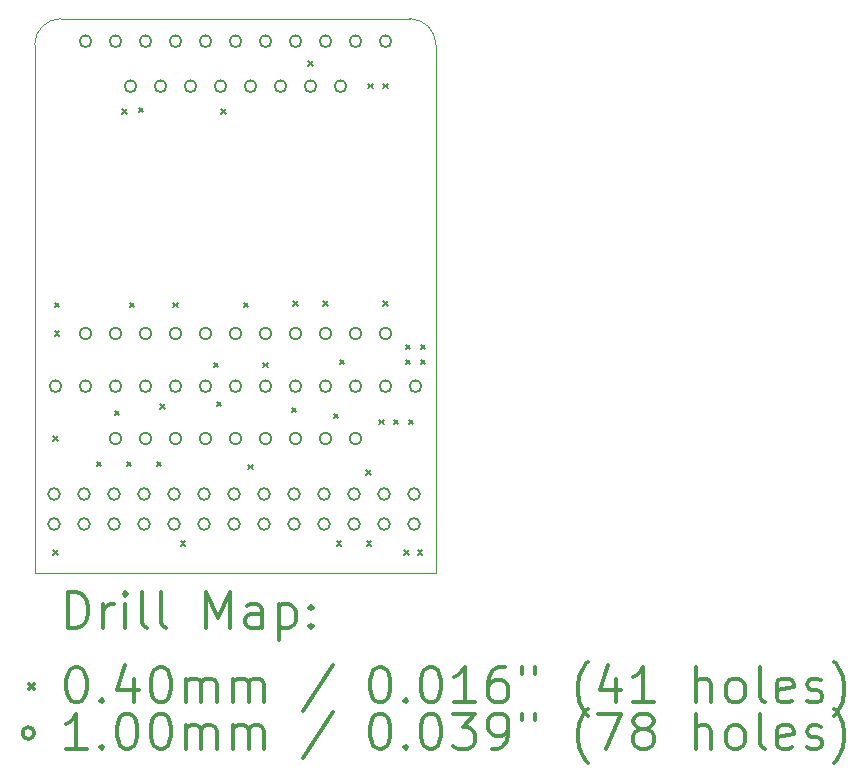
<source format=gbr>
%FSLAX45Y45*%
G04 Gerber Fmt 4.5, Leading zero omitted, Abs format (unit mm)*
G04 Created by KiCad (PCBNEW (5.1.4)-1) date 2019-12-12 19:40:37*
%MOMM*%
%LPD*%
G04 APERTURE LIST*
%ADD10C,0.050000*%
%ADD11C,0.200000*%
%ADD12C,0.300000*%
G04 APERTURE END LIST*
D10*
X1206500Y-2065000D02*
G75*
G02X1430000Y-1841500I223500J0D01*
G01*
X4381500Y-1841500D02*
G75*
G02X4605000Y-2065000I0J-223500D01*
G01*
X4605000Y-2065000D02*
X4605000Y-6532000D01*
X1206500Y-6532000D02*
X4605000Y-6532000D01*
X1430000Y-1841500D02*
X4381500Y-1841500D01*
X1206500Y-2065000D02*
X1206500Y-6532000D01*
D11*
X1364300Y-5377500D02*
X1404300Y-5417500D01*
X1404300Y-5377500D02*
X1364300Y-5417500D01*
X1364300Y-6342700D02*
X1404300Y-6382700D01*
X1404300Y-6342700D02*
X1364300Y-6382700D01*
X1377000Y-4247200D02*
X1417000Y-4287200D01*
X1417000Y-4247200D02*
X1377000Y-4287200D01*
X1377000Y-4488500D02*
X1417000Y-4528500D01*
X1417000Y-4488500D02*
X1377000Y-4528500D01*
X1732600Y-5593400D02*
X1772600Y-5633400D01*
X1772600Y-5593400D02*
X1732600Y-5633400D01*
X1885000Y-5161600D02*
X1925000Y-5201600D01*
X1925000Y-5161600D02*
X1885000Y-5201600D01*
X1948500Y-2608900D02*
X1988500Y-2648900D01*
X1988500Y-2608900D02*
X1948500Y-2648900D01*
X1986600Y-5593400D02*
X2026600Y-5633400D01*
X2026600Y-5593400D02*
X1986600Y-5633400D01*
X2012000Y-4247200D02*
X2052000Y-4287200D01*
X2052000Y-4247200D02*
X2012000Y-4287200D01*
X2088200Y-2596200D02*
X2128200Y-2636200D01*
X2128200Y-2596200D02*
X2088200Y-2636200D01*
X2240600Y-5593400D02*
X2280600Y-5633400D01*
X2280600Y-5593400D02*
X2240600Y-5633400D01*
X2271769Y-5105031D02*
X2311769Y-5145031D01*
X2311769Y-5105031D02*
X2271769Y-5145031D01*
X2380300Y-4247200D02*
X2420300Y-4287200D01*
X2420300Y-4247200D02*
X2380300Y-4287200D01*
X2443800Y-6266500D02*
X2483800Y-6306500D01*
X2483800Y-6266500D02*
X2443800Y-6306500D01*
X2723200Y-4755200D02*
X2763200Y-4795200D01*
X2763200Y-4755200D02*
X2723200Y-4795200D01*
X2748600Y-5085400D02*
X2788600Y-5125400D01*
X2788600Y-5085400D02*
X2748600Y-5125400D01*
X2786700Y-2608900D02*
X2826700Y-2648900D01*
X2826700Y-2608900D02*
X2786700Y-2648900D01*
X2977200Y-4247200D02*
X3017200Y-4287200D01*
X3017200Y-4247200D02*
X2977200Y-4287200D01*
X3015300Y-5618800D02*
X3055300Y-5658800D01*
X3055300Y-5618800D02*
X3015300Y-5658800D01*
X3142300Y-4755200D02*
X3182300Y-4795200D01*
X3182300Y-4755200D02*
X3142300Y-4795200D01*
X3383600Y-5136200D02*
X3423600Y-5176200D01*
X3423600Y-5136200D02*
X3383600Y-5176200D01*
X3396300Y-4234500D02*
X3436300Y-4274500D01*
X3436300Y-4234500D02*
X3396300Y-4274500D01*
X3523300Y-2202500D02*
X3563300Y-2242500D01*
X3563300Y-2202500D02*
X3523300Y-2242500D01*
X3650300Y-4234500D02*
X3690300Y-4274500D01*
X3690300Y-4234500D02*
X3650300Y-4274500D01*
X3739200Y-5187000D02*
X3779200Y-5227000D01*
X3779200Y-5187000D02*
X3739200Y-5227000D01*
X3764600Y-6266500D02*
X3804600Y-6306500D01*
X3804600Y-6266500D02*
X3764600Y-6306500D01*
X3790000Y-4729800D02*
X3830000Y-4769800D01*
X3830000Y-4729800D02*
X3790000Y-4769800D01*
X4016600Y-5667600D02*
X4056600Y-5707600D01*
X4056600Y-5667600D02*
X4016600Y-5707600D01*
X4018600Y-6266500D02*
X4058600Y-6306500D01*
X4058600Y-6266500D02*
X4018600Y-6306500D01*
X4031300Y-2393000D02*
X4071300Y-2433000D01*
X4071300Y-2393000D02*
X4031300Y-2433000D01*
X4126550Y-5237800D02*
X4166550Y-5277800D01*
X4166550Y-5237800D02*
X4126550Y-5277800D01*
X4158300Y-2393000D02*
X4198300Y-2433000D01*
X4198300Y-2393000D02*
X4158300Y-2433000D01*
X4158300Y-4234500D02*
X4198300Y-4274500D01*
X4198300Y-4234500D02*
X4158300Y-4274500D01*
X4247200Y-5237800D02*
X4287200Y-5277800D01*
X4287200Y-5237800D02*
X4247200Y-5277800D01*
X4336100Y-6342700D02*
X4376100Y-6382700D01*
X4376100Y-6342700D02*
X4336100Y-6382700D01*
X4348800Y-4602800D02*
X4388800Y-4642800D01*
X4388800Y-4602800D02*
X4348800Y-4642800D01*
X4348800Y-4729800D02*
X4388800Y-4769800D01*
X4388800Y-4729800D02*
X4348800Y-4769800D01*
X4374200Y-5237800D02*
X4414200Y-5277800D01*
X4414200Y-5237800D02*
X4374200Y-5277800D01*
X4450400Y-6342700D02*
X4490400Y-6382700D01*
X4490400Y-6342700D02*
X4450400Y-6382700D01*
X4475800Y-4602800D02*
X4515800Y-4642800D01*
X4515800Y-4602800D02*
X4475800Y-4642800D01*
X4475800Y-4729800D02*
X4515800Y-4769800D01*
X4515800Y-4729800D02*
X4475800Y-4769800D01*
X1688300Y-4508500D02*
G75*
G03X1688300Y-4508500I-50000J0D01*
G01*
X1942300Y-4508500D02*
G75*
G03X1942300Y-4508500I-50000J0D01*
G01*
X2196300Y-4508500D02*
G75*
G03X2196300Y-4508500I-50000J0D01*
G01*
X2450300Y-4508500D02*
G75*
G03X2450300Y-4508500I-50000J0D01*
G01*
X2704300Y-4508500D02*
G75*
G03X2704300Y-4508500I-50000J0D01*
G01*
X2958300Y-4508500D02*
G75*
G03X2958300Y-4508500I-50000J0D01*
G01*
X3212300Y-4508500D02*
G75*
G03X3212300Y-4508500I-50000J0D01*
G01*
X3466300Y-4508500D02*
G75*
G03X3466300Y-4508500I-50000J0D01*
G01*
X3720300Y-4508500D02*
G75*
G03X3720300Y-4508500I-50000J0D01*
G01*
X3974300Y-4508500D02*
G75*
G03X3974300Y-4508500I-50000J0D01*
G01*
X4228300Y-4508500D02*
G75*
G03X4228300Y-4508500I-50000J0D01*
G01*
X1421600Y-5867400D02*
G75*
G03X1421600Y-5867400I-50000J0D01*
G01*
X1421600Y-6121400D02*
G75*
G03X1421600Y-6121400I-50000J0D01*
G01*
X1675600Y-5867400D02*
G75*
G03X1675600Y-5867400I-50000J0D01*
G01*
X1675600Y-6121400D02*
G75*
G03X1675600Y-6121400I-50000J0D01*
G01*
X1929600Y-5867400D02*
G75*
G03X1929600Y-5867400I-50000J0D01*
G01*
X1929600Y-6121400D02*
G75*
G03X1929600Y-6121400I-50000J0D01*
G01*
X2183600Y-5867400D02*
G75*
G03X2183600Y-5867400I-50000J0D01*
G01*
X2183600Y-6121400D02*
G75*
G03X2183600Y-6121400I-50000J0D01*
G01*
X2437600Y-5867400D02*
G75*
G03X2437600Y-5867400I-50000J0D01*
G01*
X2437600Y-6121400D02*
G75*
G03X2437600Y-6121400I-50000J0D01*
G01*
X2691600Y-5867400D02*
G75*
G03X2691600Y-5867400I-50000J0D01*
G01*
X2691600Y-6121400D02*
G75*
G03X2691600Y-6121400I-50000J0D01*
G01*
X2945600Y-5867400D02*
G75*
G03X2945600Y-5867400I-50000J0D01*
G01*
X2945600Y-6121400D02*
G75*
G03X2945600Y-6121400I-50000J0D01*
G01*
X3199600Y-5867400D02*
G75*
G03X3199600Y-5867400I-50000J0D01*
G01*
X3199600Y-6121400D02*
G75*
G03X3199600Y-6121400I-50000J0D01*
G01*
X3453600Y-5867400D02*
G75*
G03X3453600Y-5867400I-50000J0D01*
G01*
X3453600Y-6121400D02*
G75*
G03X3453600Y-6121400I-50000J0D01*
G01*
X3707600Y-5867400D02*
G75*
G03X3707600Y-5867400I-50000J0D01*
G01*
X3707600Y-6121400D02*
G75*
G03X3707600Y-6121400I-50000J0D01*
G01*
X3961600Y-5867400D02*
G75*
G03X3961600Y-5867400I-50000J0D01*
G01*
X3961600Y-6121400D02*
G75*
G03X3961600Y-6121400I-50000J0D01*
G01*
X4215600Y-5867400D02*
G75*
G03X4215600Y-5867400I-50000J0D01*
G01*
X4215600Y-6121400D02*
G75*
G03X4215600Y-6121400I-50000J0D01*
G01*
X4469600Y-5867400D02*
G75*
G03X4469600Y-5867400I-50000J0D01*
G01*
X4469600Y-6121400D02*
G75*
G03X4469600Y-6121400I-50000J0D01*
G01*
X1942300Y-5397500D02*
G75*
G03X1942300Y-5397500I-50000J0D01*
G01*
X2196300Y-5397500D02*
G75*
G03X2196300Y-5397500I-50000J0D01*
G01*
X2450300Y-5397500D02*
G75*
G03X2450300Y-5397500I-50000J0D01*
G01*
X2704300Y-5397500D02*
G75*
G03X2704300Y-5397500I-50000J0D01*
G01*
X2958300Y-5397500D02*
G75*
G03X2958300Y-5397500I-50000J0D01*
G01*
X3212300Y-5397500D02*
G75*
G03X3212300Y-5397500I-50000J0D01*
G01*
X3466300Y-5397500D02*
G75*
G03X3466300Y-5397500I-50000J0D01*
G01*
X3720300Y-5397500D02*
G75*
G03X3720300Y-5397500I-50000J0D01*
G01*
X3974300Y-5397500D02*
G75*
G03X3974300Y-5397500I-50000J0D01*
G01*
X2069300Y-2413000D02*
G75*
G03X2069300Y-2413000I-50000J0D01*
G01*
X2323300Y-2413000D02*
G75*
G03X2323300Y-2413000I-50000J0D01*
G01*
X2577300Y-2413000D02*
G75*
G03X2577300Y-2413000I-50000J0D01*
G01*
X2831300Y-2413000D02*
G75*
G03X2831300Y-2413000I-50000J0D01*
G01*
X3085300Y-2413000D02*
G75*
G03X3085300Y-2413000I-50000J0D01*
G01*
X3339300Y-2413000D02*
G75*
G03X3339300Y-2413000I-50000J0D01*
G01*
X3593300Y-2413000D02*
G75*
G03X3593300Y-2413000I-50000J0D01*
G01*
X3847300Y-2413000D02*
G75*
G03X3847300Y-2413000I-50000J0D01*
G01*
X1688300Y-2032000D02*
G75*
G03X1688300Y-2032000I-50000J0D01*
G01*
X1942300Y-2032000D02*
G75*
G03X1942300Y-2032000I-50000J0D01*
G01*
X2196300Y-2032000D02*
G75*
G03X2196300Y-2032000I-50000J0D01*
G01*
X2450300Y-2032000D02*
G75*
G03X2450300Y-2032000I-50000J0D01*
G01*
X2704300Y-2032000D02*
G75*
G03X2704300Y-2032000I-50000J0D01*
G01*
X2958300Y-2032000D02*
G75*
G03X2958300Y-2032000I-50000J0D01*
G01*
X3212300Y-2032000D02*
G75*
G03X3212300Y-2032000I-50000J0D01*
G01*
X3466300Y-2032000D02*
G75*
G03X3466300Y-2032000I-50000J0D01*
G01*
X3720300Y-2032000D02*
G75*
G03X3720300Y-2032000I-50000J0D01*
G01*
X3974300Y-2032000D02*
G75*
G03X3974300Y-2032000I-50000J0D01*
G01*
X4228300Y-2032000D02*
G75*
G03X4228300Y-2032000I-50000J0D01*
G01*
X1434300Y-4953000D02*
G75*
G03X1434300Y-4953000I-50000J0D01*
G01*
X1688300Y-4953000D02*
G75*
G03X1688300Y-4953000I-50000J0D01*
G01*
X1942300Y-4953000D02*
G75*
G03X1942300Y-4953000I-50000J0D01*
G01*
X2196300Y-4953000D02*
G75*
G03X2196300Y-4953000I-50000J0D01*
G01*
X2450300Y-4953000D02*
G75*
G03X2450300Y-4953000I-50000J0D01*
G01*
X2704300Y-4953000D02*
G75*
G03X2704300Y-4953000I-50000J0D01*
G01*
X2958300Y-4953000D02*
G75*
G03X2958300Y-4953000I-50000J0D01*
G01*
X3212300Y-4953000D02*
G75*
G03X3212300Y-4953000I-50000J0D01*
G01*
X3466300Y-4953000D02*
G75*
G03X3466300Y-4953000I-50000J0D01*
G01*
X3720300Y-4953000D02*
G75*
G03X3720300Y-4953000I-50000J0D01*
G01*
X3974300Y-4953000D02*
G75*
G03X3974300Y-4953000I-50000J0D01*
G01*
X4228300Y-4953000D02*
G75*
G03X4228300Y-4953000I-50000J0D01*
G01*
X4482300Y-4953000D02*
G75*
G03X4482300Y-4953000I-50000J0D01*
G01*
D12*
X1490428Y-7000214D02*
X1490428Y-6700214D01*
X1561857Y-6700214D01*
X1604714Y-6714500D01*
X1633286Y-6743071D01*
X1647571Y-6771643D01*
X1661857Y-6828786D01*
X1661857Y-6871643D01*
X1647571Y-6928786D01*
X1633286Y-6957357D01*
X1604714Y-6985929D01*
X1561857Y-7000214D01*
X1490428Y-7000214D01*
X1790428Y-7000214D02*
X1790428Y-6800214D01*
X1790428Y-6857357D02*
X1804714Y-6828786D01*
X1819000Y-6814500D01*
X1847571Y-6800214D01*
X1876143Y-6800214D01*
X1976143Y-7000214D02*
X1976143Y-6800214D01*
X1976143Y-6700214D02*
X1961857Y-6714500D01*
X1976143Y-6728786D01*
X1990428Y-6714500D01*
X1976143Y-6700214D01*
X1976143Y-6728786D01*
X2161857Y-7000214D02*
X2133286Y-6985929D01*
X2119000Y-6957357D01*
X2119000Y-6700214D01*
X2319000Y-7000214D02*
X2290428Y-6985929D01*
X2276143Y-6957357D01*
X2276143Y-6700214D01*
X2661857Y-7000214D02*
X2661857Y-6700214D01*
X2761857Y-6914500D01*
X2861857Y-6700214D01*
X2861857Y-7000214D01*
X3133286Y-7000214D02*
X3133286Y-6843071D01*
X3119000Y-6814500D01*
X3090428Y-6800214D01*
X3033286Y-6800214D01*
X3004714Y-6814500D01*
X3133286Y-6985929D02*
X3104714Y-7000214D01*
X3033286Y-7000214D01*
X3004714Y-6985929D01*
X2990428Y-6957357D01*
X2990428Y-6928786D01*
X3004714Y-6900214D01*
X3033286Y-6885929D01*
X3104714Y-6885929D01*
X3133286Y-6871643D01*
X3276143Y-6800214D02*
X3276143Y-7100214D01*
X3276143Y-6814500D02*
X3304714Y-6800214D01*
X3361857Y-6800214D01*
X3390428Y-6814500D01*
X3404714Y-6828786D01*
X3419000Y-6857357D01*
X3419000Y-6943071D01*
X3404714Y-6971643D01*
X3390428Y-6985929D01*
X3361857Y-7000214D01*
X3304714Y-7000214D01*
X3276143Y-6985929D01*
X3547571Y-6971643D02*
X3561857Y-6985929D01*
X3547571Y-7000214D01*
X3533286Y-6985929D01*
X3547571Y-6971643D01*
X3547571Y-7000214D01*
X3547571Y-6814500D02*
X3561857Y-6828786D01*
X3547571Y-6843071D01*
X3533286Y-6828786D01*
X3547571Y-6814500D01*
X3547571Y-6843071D01*
X1164000Y-7474500D02*
X1204000Y-7514500D01*
X1204000Y-7474500D02*
X1164000Y-7514500D01*
X1547571Y-7330214D02*
X1576143Y-7330214D01*
X1604714Y-7344500D01*
X1619000Y-7358786D01*
X1633286Y-7387357D01*
X1647571Y-7444500D01*
X1647571Y-7515929D01*
X1633286Y-7573071D01*
X1619000Y-7601643D01*
X1604714Y-7615929D01*
X1576143Y-7630214D01*
X1547571Y-7630214D01*
X1519000Y-7615929D01*
X1504714Y-7601643D01*
X1490428Y-7573071D01*
X1476143Y-7515929D01*
X1476143Y-7444500D01*
X1490428Y-7387357D01*
X1504714Y-7358786D01*
X1519000Y-7344500D01*
X1547571Y-7330214D01*
X1776143Y-7601643D02*
X1790428Y-7615929D01*
X1776143Y-7630214D01*
X1761857Y-7615929D01*
X1776143Y-7601643D01*
X1776143Y-7630214D01*
X2047571Y-7430214D02*
X2047571Y-7630214D01*
X1976143Y-7315929D02*
X1904714Y-7530214D01*
X2090428Y-7530214D01*
X2261857Y-7330214D02*
X2290428Y-7330214D01*
X2319000Y-7344500D01*
X2333286Y-7358786D01*
X2347571Y-7387357D01*
X2361857Y-7444500D01*
X2361857Y-7515929D01*
X2347571Y-7573071D01*
X2333286Y-7601643D01*
X2319000Y-7615929D01*
X2290428Y-7630214D01*
X2261857Y-7630214D01*
X2233286Y-7615929D01*
X2219000Y-7601643D01*
X2204714Y-7573071D01*
X2190428Y-7515929D01*
X2190428Y-7444500D01*
X2204714Y-7387357D01*
X2219000Y-7358786D01*
X2233286Y-7344500D01*
X2261857Y-7330214D01*
X2490428Y-7630214D02*
X2490428Y-7430214D01*
X2490428Y-7458786D02*
X2504714Y-7444500D01*
X2533286Y-7430214D01*
X2576143Y-7430214D01*
X2604714Y-7444500D01*
X2619000Y-7473071D01*
X2619000Y-7630214D01*
X2619000Y-7473071D02*
X2633286Y-7444500D01*
X2661857Y-7430214D01*
X2704714Y-7430214D01*
X2733286Y-7444500D01*
X2747571Y-7473071D01*
X2747571Y-7630214D01*
X2890428Y-7630214D02*
X2890428Y-7430214D01*
X2890428Y-7458786D02*
X2904714Y-7444500D01*
X2933286Y-7430214D01*
X2976143Y-7430214D01*
X3004714Y-7444500D01*
X3019000Y-7473071D01*
X3019000Y-7630214D01*
X3019000Y-7473071D02*
X3033286Y-7444500D01*
X3061857Y-7430214D01*
X3104714Y-7430214D01*
X3133286Y-7444500D01*
X3147571Y-7473071D01*
X3147571Y-7630214D01*
X3733286Y-7315929D02*
X3476143Y-7701643D01*
X4119000Y-7330214D02*
X4147571Y-7330214D01*
X4176143Y-7344500D01*
X4190428Y-7358786D01*
X4204714Y-7387357D01*
X4219000Y-7444500D01*
X4219000Y-7515929D01*
X4204714Y-7573071D01*
X4190428Y-7601643D01*
X4176143Y-7615929D01*
X4147571Y-7630214D01*
X4119000Y-7630214D01*
X4090428Y-7615929D01*
X4076143Y-7601643D01*
X4061857Y-7573071D01*
X4047571Y-7515929D01*
X4047571Y-7444500D01*
X4061857Y-7387357D01*
X4076143Y-7358786D01*
X4090428Y-7344500D01*
X4119000Y-7330214D01*
X4347571Y-7601643D02*
X4361857Y-7615929D01*
X4347571Y-7630214D01*
X4333286Y-7615929D01*
X4347571Y-7601643D01*
X4347571Y-7630214D01*
X4547571Y-7330214D02*
X4576143Y-7330214D01*
X4604714Y-7344500D01*
X4619000Y-7358786D01*
X4633286Y-7387357D01*
X4647571Y-7444500D01*
X4647571Y-7515929D01*
X4633286Y-7573071D01*
X4619000Y-7601643D01*
X4604714Y-7615929D01*
X4576143Y-7630214D01*
X4547571Y-7630214D01*
X4519000Y-7615929D01*
X4504714Y-7601643D01*
X4490428Y-7573071D01*
X4476143Y-7515929D01*
X4476143Y-7444500D01*
X4490428Y-7387357D01*
X4504714Y-7358786D01*
X4519000Y-7344500D01*
X4547571Y-7330214D01*
X4933286Y-7630214D02*
X4761857Y-7630214D01*
X4847571Y-7630214D02*
X4847571Y-7330214D01*
X4819000Y-7373071D01*
X4790428Y-7401643D01*
X4761857Y-7415929D01*
X5190428Y-7330214D02*
X5133286Y-7330214D01*
X5104714Y-7344500D01*
X5090428Y-7358786D01*
X5061857Y-7401643D01*
X5047571Y-7458786D01*
X5047571Y-7573071D01*
X5061857Y-7601643D01*
X5076143Y-7615929D01*
X5104714Y-7630214D01*
X5161857Y-7630214D01*
X5190428Y-7615929D01*
X5204714Y-7601643D01*
X5219000Y-7573071D01*
X5219000Y-7501643D01*
X5204714Y-7473071D01*
X5190428Y-7458786D01*
X5161857Y-7444500D01*
X5104714Y-7444500D01*
X5076143Y-7458786D01*
X5061857Y-7473071D01*
X5047571Y-7501643D01*
X5333286Y-7330214D02*
X5333286Y-7387357D01*
X5447571Y-7330214D02*
X5447571Y-7387357D01*
X5890428Y-7744500D02*
X5876143Y-7730214D01*
X5847571Y-7687357D01*
X5833286Y-7658786D01*
X5819000Y-7615929D01*
X5804714Y-7544500D01*
X5804714Y-7487357D01*
X5819000Y-7415929D01*
X5833286Y-7373071D01*
X5847571Y-7344500D01*
X5876143Y-7301643D01*
X5890428Y-7287357D01*
X6133286Y-7430214D02*
X6133286Y-7630214D01*
X6061857Y-7315929D02*
X5990428Y-7530214D01*
X6176143Y-7530214D01*
X6447571Y-7630214D02*
X6276143Y-7630214D01*
X6361857Y-7630214D02*
X6361857Y-7330214D01*
X6333286Y-7373071D01*
X6304714Y-7401643D01*
X6276143Y-7415929D01*
X6804714Y-7630214D02*
X6804714Y-7330214D01*
X6933286Y-7630214D02*
X6933286Y-7473071D01*
X6919000Y-7444500D01*
X6890428Y-7430214D01*
X6847571Y-7430214D01*
X6819000Y-7444500D01*
X6804714Y-7458786D01*
X7119000Y-7630214D02*
X7090428Y-7615929D01*
X7076143Y-7601643D01*
X7061857Y-7573071D01*
X7061857Y-7487357D01*
X7076143Y-7458786D01*
X7090428Y-7444500D01*
X7119000Y-7430214D01*
X7161857Y-7430214D01*
X7190428Y-7444500D01*
X7204714Y-7458786D01*
X7219000Y-7487357D01*
X7219000Y-7573071D01*
X7204714Y-7601643D01*
X7190428Y-7615929D01*
X7161857Y-7630214D01*
X7119000Y-7630214D01*
X7390428Y-7630214D02*
X7361857Y-7615929D01*
X7347571Y-7587357D01*
X7347571Y-7330214D01*
X7619000Y-7615929D02*
X7590428Y-7630214D01*
X7533286Y-7630214D01*
X7504714Y-7615929D01*
X7490428Y-7587357D01*
X7490428Y-7473071D01*
X7504714Y-7444500D01*
X7533286Y-7430214D01*
X7590428Y-7430214D01*
X7619000Y-7444500D01*
X7633286Y-7473071D01*
X7633286Y-7501643D01*
X7490428Y-7530214D01*
X7747571Y-7615929D02*
X7776143Y-7630214D01*
X7833286Y-7630214D01*
X7861857Y-7615929D01*
X7876143Y-7587357D01*
X7876143Y-7573071D01*
X7861857Y-7544500D01*
X7833286Y-7530214D01*
X7790428Y-7530214D01*
X7761857Y-7515929D01*
X7747571Y-7487357D01*
X7747571Y-7473071D01*
X7761857Y-7444500D01*
X7790428Y-7430214D01*
X7833286Y-7430214D01*
X7861857Y-7444500D01*
X7976143Y-7744500D02*
X7990428Y-7730214D01*
X8019000Y-7687357D01*
X8033286Y-7658786D01*
X8047571Y-7615929D01*
X8061857Y-7544500D01*
X8061857Y-7487357D01*
X8047571Y-7415929D01*
X8033286Y-7373071D01*
X8019000Y-7344500D01*
X7990428Y-7301643D01*
X7976143Y-7287357D01*
X1204000Y-7890500D02*
G75*
G03X1204000Y-7890500I-50000J0D01*
G01*
X1647571Y-8026214D02*
X1476143Y-8026214D01*
X1561857Y-8026214D02*
X1561857Y-7726214D01*
X1533286Y-7769071D01*
X1504714Y-7797643D01*
X1476143Y-7811929D01*
X1776143Y-7997643D02*
X1790428Y-8011929D01*
X1776143Y-8026214D01*
X1761857Y-8011929D01*
X1776143Y-7997643D01*
X1776143Y-8026214D01*
X1976143Y-7726214D02*
X2004714Y-7726214D01*
X2033286Y-7740500D01*
X2047571Y-7754786D01*
X2061857Y-7783357D01*
X2076143Y-7840500D01*
X2076143Y-7911929D01*
X2061857Y-7969071D01*
X2047571Y-7997643D01*
X2033286Y-8011929D01*
X2004714Y-8026214D01*
X1976143Y-8026214D01*
X1947571Y-8011929D01*
X1933286Y-7997643D01*
X1919000Y-7969071D01*
X1904714Y-7911929D01*
X1904714Y-7840500D01*
X1919000Y-7783357D01*
X1933286Y-7754786D01*
X1947571Y-7740500D01*
X1976143Y-7726214D01*
X2261857Y-7726214D02*
X2290428Y-7726214D01*
X2319000Y-7740500D01*
X2333286Y-7754786D01*
X2347571Y-7783357D01*
X2361857Y-7840500D01*
X2361857Y-7911929D01*
X2347571Y-7969071D01*
X2333286Y-7997643D01*
X2319000Y-8011929D01*
X2290428Y-8026214D01*
X2261857Y-8026214D01*
X2233286Y-8011929D01*
X2219000Y-7997643D01*
X2204714Y-7969071D01*
X2190428Y-7911929D01*
X2190428Y-7840500D01*
X2204714Y-7783357D01*
X2219000Y-7754786D01*
X2233286Y-7740500D01*
X2261857Y-7726214D01*
X2490428Y-8026214D02*
X2490428Y-7826214D01*
X2490428Y-7854786D02*
X2504714Y-7840500D01*
X2533286Y-7826214D01*
X2576143Y-7826214D01*
X2604714Y-7840500D01*
X2619000Y-7869071D01*
X2619000Y-8026214D01*
X2619000Y-7869071D02*
X2633286Y-7840500D01*
X2661857Y-7826214D01*
X2704714Y-7826214D01*
X2733286Y-7840500D01*
X2747571Y-7869071D01*
X2747571Y-8026214D01*
X2890428Y-8026214D02*
X2890428Y-7826214D01*
X2890428Y-7854786D02*
X2904714Y-7840500D01*
X2933286Y-7826214D01*
X2976143Y-7826214D01*
X3004714Y-7840500D01*
X3019000Y-7869071D01*
X3019000Y-8026214D01*
X3019000Y-7869071D02*
X3033286Y-7840500D01*
X3061857Y-7826214D01*
X3104714Y-7826214D01*
X3133286Y-7840500D01*
X3147571Y-7869071D01*
X3147571Y-8026214D01*
X3733286Y-7711929D02*
X3476143Y-8097643D01*
X4119000Y-7726214D02*
X4147571Y-7726214D01*
X4176143Y-7740500D01*
X4190428Y-7754786D01*
X4204714Y-7783357D01*
X4219000Y-7840500D01*
X4219000Y-7911929D01*
X4204714Y-7969071D01*
X4190428Y-7997643D01*
X4176143Y-8011929D01*
X4147571Y-8026214D01*
X4119000Y-8026214D01*
X4090428Y-8011929D01*
X4076143Y-7997643D01*
X4061857Y-7969071D01*
X4047571Y-7911929D01*
X4047571Y-7840500D01*
X4061857Y-7783357D01*
X4076143Y-7754786D01*
X4090428Y-7740500D01*
X4119000Y-7726214D01*
X4347571Y-7997643D02*
X4361857Y-8011929D01*
X4347571Y-8026214D01*
X4333286Y-8011929D01*
X4347571Y-7997643D01*
X4347571Y-8026214D01*
X4547571Y-7726214D02*
X4576143Y-7726214D01*
X4604714Y-7740500D01*
X4619000Y-7754786D01*
X4633286Y-7783357D01*
X4647571Y-7840500D01*
X4647571Y-7911929D01*
X4633286Y-7969071D01*
X4619000Y-7997643D01*
X4604714Y-8011929D01*
X4576143Y-8026214D01*
X4547571Y-8026214D01*
X4519000Y-8011929D01*
X4504714Y-7997643D01*
X4490428Y-7969071D01*
X4476143Y-7911929D01*
X4476143Y-7840500D01*
X4490428Y-7783357D01*
X4504714Y-7754786D01*
X4519000Y-7740500D01*
X4547571Y-7726214D01*
X4747571Y-7726214D02*
X4933286Y-7726214D01*
X4833286Y-7840500D01*
X4876143Y-7840500D01*
X4904714Y-7854786D01*
X4919000Y-7869071D01*
X4933286Y-7897643D01*
X4933286Y-7969071D01*
X4919000Y-7997643D01*
X4904714Y-8011929D01*
X4876143Y-8026214D01*
X4790428Y-8026214D01*
X4761857Y-8011929D01*
X4747571Y-7997643D01*
X5076143Y-8026214D02*
X5133286Y-8026214D01*
X5161857Y-8011929D01*
X5176143Y-7997643D01*
X5204714Y-7954786D01*
X5219000Y-7897643D01*
X5219000Y-7783357D01*
X5204714Y-7754786D01*
X5190428Y-7740500D01*
X5161857Y-7726214D01*
X5104714Y-7726214D01*
X5076143Y-7740500D01*
X5061857Y-7754786D01*
X5047571Y-7783357D01*
X5047571Y-7854786D01*
X5061857Y-7883357D01*
X5076143Y-7897643D01*
X5104714Y-7911929D01*
X5161857Y-7911929D01*
X5190428Y-7897643D01*
X5204714Y-7883357D01*
X5219000Y-7854786D01*
X5333286Y-7726214D02*
X5333286Y-7783357D01*
X5447571Y-7726214D02*
X5447571Y-7783357D01*
X5890428Y-8140500D02*
X5876143Y-8126214D01*
X5847571Y-8083357D01*
X5833286Y-8054786D01*
X5819000Y-8011929D01*
X5804714Y-7940500D01*
X5804714Y-7883357D01*
X5819000Y-7811929D01*
X5833286Y-7769071D01*
X5847571Y-7740500D01*
X5876143Y-7697643D01*
X5890428Y-7683357D01*
X5976143Y-7726214D02*
X6176143Y-7726214D01*
X6047571Y-8026214D01*
X6333286Y-7854786D02*
X6304714Y-7840500D01*
X6290428Y-7826214D01*
X6276143Y-7797643D01*
X6276143Y-7783357D01*
X6290428Y-7754786D01*
X6304714Y-7740500D01*
X6333286Y-7726214D01*
X6390428Y-7726214D01*
X6419000Y-7740500D01*
X6433286Y-7754786D01*
X6447571Y-7783357D01*
X6447571Y-7797643D01*
X6433286Y-7826214D01*
X6419000Y-7840500D01*
X6390428Y-7854786D01*
X6333286Y-7854786D01*
X6304714Y-7869071D01*
X6290428Y-7883357D01*
X6276143Y-7911929D01*
X6276143Y-7969071D01*
X6290428Y-7997643D01*
X6304714Y-8011929D01*
X6333286Y-8026214D01*
X6390428Y-8026214D01*
X6419000Y-8011929D01*
X6433286Y-7997643D01*
X6447571Y-7969071D01*
X6447571Y-7911929D01*
X6433286Y-7883357D01*
X6419000Y-7869071D01*
X6390428Y-7854786D01*
X6804714Y-8026214D02*
X6804714Y-7726214D01*
X6933286Y-8026214D02*
X6933286Y-7869071D01*
X6919000Y-7840500D01*
X6890428Y-7826214D01*
X6847571Y-7826214D01*
X6819000Y-7840500D01*
X6804714Y-7854786D01*
X7119000Y-8026214D02*
X7090428Y-8011929D01*
X7076143Y-7997643D01*
X7061857Y-7969071D01*
X7061857Y-7883357D01*
X7076143Y-7854786D01*
X7090428Y-7840500D01*
X7119000Y-7826214D01*
X7161857Y-7826214D01*
X7190428Y-7840500D01*
X7204714Y-7854786D01*
X7219000Y-7883357D01*
X7219000Y-7969071D01*
X7204714Y-7997643D01*
X7190428Y-8011929D01*
X7161857Y-8026214D01*
X7119000Y-8026214D01*
X7390428Y-8026214D02*
X7361857Y-8011929D01*
X7347571Y-7983357D01*
X7347571Y-7726214D01*
X7619000Y-8011929D02*
X7590428Y-8026214D01*
X7533286Y-8026214D01*
X7504714Y-8011929D01*
X7490428Y-7983357D01*
X7490428Y-7869071D01*
X7504714Y-7840500D01*
X7533286Y-7826214D01*
X7590428Y-7826214D01*
X7619000Y-7840500D01*
X7633286Y-7869071D01*
X7633286Y-7897643D01*
X7490428Y-7926214D01*
X7747571Y-8011929D02*
X7776143Y-8026214D01*
X7833286Y-8026214D01*
X7861857Y-8011929D01*
X7876143Y-7983357D01*
X7876143Y-7969071D01*
X7861857Y-7940500D01*
X7833286Y-7926214D01*
X7790428Y-7926214D01*
X7761857Y-7911929D01*
X7747571Y-7883357D01*
X7747571Y-7869071D01*
X7761857Y-7840500D01*
X7790428Y-7826214D01*
X7833286Y-7826214D01*
X7861857Y-7840500D01*
X7976143Y-8140500D02*
X7990428Y-8126214D01*
X8019000Y-8083357D01*
X8033286Y-8054786D01*
X8047571Y-8011929D01*
X8061857Y-7940500D01*
X8061857Y-7883357D01*
X8047571Y-7811929D01*
X8033286Y-7769071D01*
X8019000Y-7740500D01*
X7990428Y-7697643D01*
X7976143Y-7683357D01*
M02*

</source>
